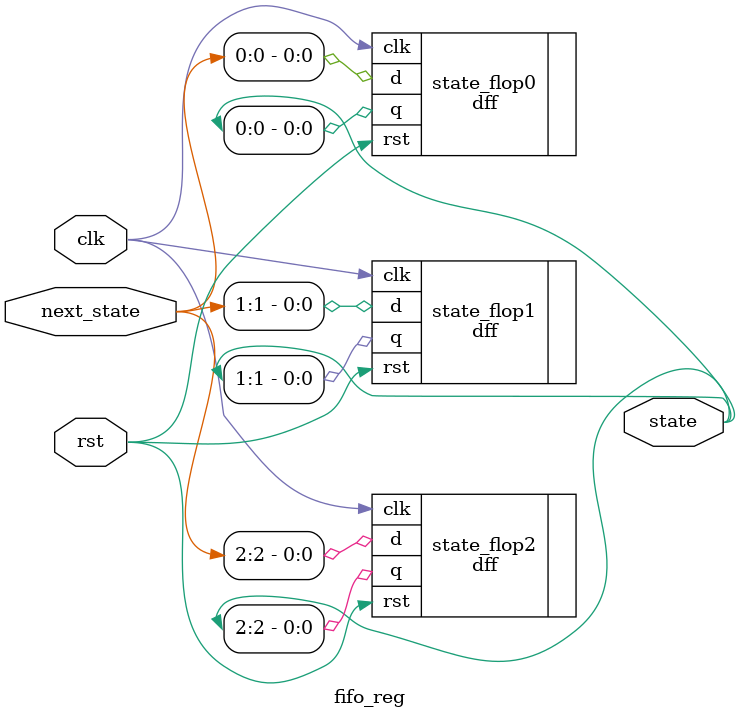
<source format=v>
module fifo_reg(state, next_state, clk, rst);
	input [2:0] next_state;
	input clk;
	input rst;
	
	output [2:0] state;
	
	dff state_flop2(.d(next_state[2]), .q(state[2]), .clk(clk), .rst(rst));
	dff state_flop1(.d(next_state[1]), .q(state[1]), .clk(clk), .rst(rst));
	dff state_flop0(.d(next_state[0]), .q(state[0]), .clk(clk), .rst(rst));

endmodule

</source>
